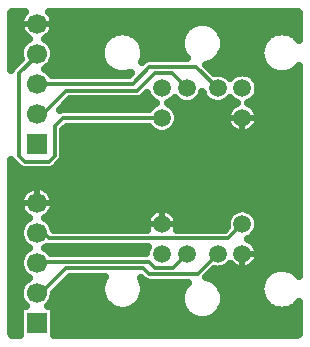
<source format=gbr>
G04 DipTrace 3.3.1.1*
G04 Bottom.gbr*
%MOMM*%
G04 #@! TF.FileFunction,Copper,L2,Bot*
G04 #@! TF.Part,Single*
G04 #@! TA.AperFunction,CopperBalancing*
%ADD13C,0.5*%
G04 #@! TA.AperFunction,Conductor*
%ADD14C,0.3*%
G04 #@! TA.AperFunction,CopperBalancing*
%ADD15C,0.635*%
G04 #@! TA.AperFunction,ComponentPad*
%ADD16R,1.7X1.7*%
%ADD17C,1.7*%
%ADD19C,1.5*%
%FSLAX35Y35*%
G04*
G71*
G90*
G75*
G01*
G04 Bottom*
%LPD*%
X300000Y1956000D2*
D14*
Y1900000D1*
X550000Y2150000D1*
X1150000D1*
X1300000Y2300000D1*
X1440000D1*
X1570000Y2170000D1*
X300000Y2210000D2*
X1110000D1*
X1250000Y2350000D1*
X1650000D1*
X1830000Y2170000D1*
X1360000Y1920000D2*
X520000D1*
X450000Y1850000D1*
Y1600000D1*
X400000Y1550000D1*
X200000D1*
X150000Y1600000D1*
Y2300000D1*
X314000Y2464000D1*
X300000D1*
Y436000D2*
X336000D1*
X550000Y650000D1*
X1200000D1*
X1250000Y600000D1*
X1660000D1*
X1830000Y770000D1*
X300000Y690000D2*
Y650000D1*
X350000Y700000D1*
X1250000D1*
X1300000Y650000D1*
X1450000D1*
X1570000Y770000D1*
X300000Y944000D2*
X356000D1*
X400000Y900000D1*
X1920000D1*
X2040000Y1020000D1*
X88146Y2755083D2*
D15*
X154287D1*
X445711D2*
X2511865D1*
X88146Y2691917D2*
X151735D1*
X448263D2*
X1579534D1*
X1820463D2*
X2511865D1*
X88146Y2628750D2*
X180354D1*
X419643D2*
X929482D1*
X1120554D2*
X1529495D1*
X1870502D2*
X2279443D1*
X2470515D2*
X2511865D1*
X88146Y2565583D2*
X191201D1*
X408797D2*
X863675D1*
X1186362D2*
X1512268D1*
X1887729D2*
X2213636D1*
X88146Y2502417D2*
X154651D1*
X445346D2*
X839521D1*
X1210515D2*
X1517920D1*
X1882078D2*
X2189482D1*
X88146Y2439250D2*
X151552D1*
X448445D2*
X839156D1*
X1210789D2*
X1549091D1*
X1850906D2*
X2189209D1*
X88146Y2376083D2*
X114691D1*
X420737D2*
X862672D1*
X1760307D2*
X2212633D1*
X407429Y2312917D2*
X926565D1*
X1798406D2*
X2276526D1*
X2473432D2*
X2511865D1*
X2154330Y2249750D2*
X2511865D1*
X2179578Y2186583D2*
X2511865D1*
X2172286Y2123417D2*
X2511865D1*
X571583Y2060250D2*
X1276292D1*
X1443666D2*
X1486292D1*
X1653666D2*
X1746331D1*
X1913705D2*
X1956331D1*
X2123705D2*
X2511865D1*
X508419Y1997083D2*
X1243753D1*
X1476297D2*
X1923701D1*
X2156245D2*
X2511865D1*
X1499903Y1933917D2*
X1900094D1*
X2179851D2*
X2511865D1*
X1491245Y1870750D2*
X1908753D1*
X2171284D2*
X2511865D1*
X530567Y1807583D2*
X1280302D1*
X1439747D2*
X1960250D1*
X2119695D2*
X2511865D1*
X530567Y1744417D2*
X2511865D1*
X530567Y1681250D2*
X2511865D1*
X530567Y1618083D2*
X2511865D1*
X515346Y1554917D2*
X2511865D1*
X88146Y1491750D2*
X147633D1*
X452364D2*
X2511865D1*
X88146Y1428583D2*
X2511865D1*
X88146Y1365417D2*
X2511865D1*
X88146Y1302250D2*
X193935D1*
X406062D2*
X2511865D1*
X88146Y1239083D2*
X155380D1*
X444617D2*
X2511865D1*
X88146Y1175917D2*
X151097D1*
X448901D2*
X2511865D1*
X88146Y1112750D2*
X177255D1*
X422742D2*
X1256604D1*
X1463445D2*
X1936552D1*
X2143393D2*
X2511865D1*
X88146Y1049583D2*
X195393D1*
X404604D2*
X1222698D1*
X1497260D2*
X1902737D1*
X2177299D2*
X2511865D1*
X88146Y986417D2*
X155745D1*
X444252D2*
X1223701D1*
X1496349D2*
X1895081D1*
X2176297D2*
X2511865D1*
X88146Y923250D2*
X150914D1*
X2139383D2*
X2511865D1*
X88146Y860083D2*
X176344D1*
X2145854D2*
X2511865D1*
X88146Y796917D2*
X196852D1*
X403146D2*
X1222151D1*
X2177846D2*
X2511865D1*
X88146Y733750D2*
X156201D1*
X2175659D2*
X2511865D1*
X88146Y670583D2*
X150732D1*
X2136557D2*
X2511865D1*
X88146Y607417D2*
X175341D1*
X1778810D2*
X2249183D1*
X88146Y544250D2*
X198310D1*
X555633D2*
X852373D1*
X1803146D2*
X2202425D1*
X88146Y481083D2*
X156656D1*
X492468D2*
X836878D1*
X1213067D2*
X1535966D1*
X1864031D2*
X2186930D1*
X88146Y417917D2*
X150550D1*
X449448D2*
X844170D1*
X1205867D2*
X1513727D1*
X1886271D2*
X2194130D1*
X88146Y354750D2*
X174430D1*
X425567D2*
X877711D1*
X1172325D2*
X1515003D1*
X1884995D2*
X2227672D1*
X88146Y291583D2*
X149365D1*
X450633D2*
X982255D1*
X1067690D2*
X1540433D1*
X1859565D2*
X2332308D1*
X2417742D2*
X2511865D1*
X88146Y228417D2*
X149365D1*
X450633D2*
X1609703D1*
X1790294D2*
X2511865D1*
X88146Y165250D2*
X149365D1*
X450633D2*
X2511865D1*
X88510Y102083D2*
X149365D1*
X450633D2*
X2511500D1*
X368306Y2336950D2*
X384788Y2326701D1*
X402000Y2312000D1*
X416701Y2294788D1*
X423620Y2284251D1*
X1079206Y2284250D1*
X1098294Y2303300D1*
X1081267Y2296828D1*
X1053484Y2290158D1*
X1025000Y2287917D1*
X996516Y2290158D1*
X968733Y2296828D1*
X942336Y2307763D1*
X917974Y2322691D1*
X896248Y2341248D1*
X877691Y2362974D1*
X862763Y2387336D1*
X851828Y2413733D1*
X845158Y2441516D1*
X842917Y2470000D1*
X845158Y2498484D1*
X851828Y2526267D1*
X862763Y2552664D1*
X877691Y2577026D1*
X896248Y2598752D1*
X917974Y2617309D1*
X942336Y2632237D1*
X968733Y2643172D1*
X996516Y2649842D1*
X1025000Y2652083D1*
X1053484Y2649842D1*
X1081267Y2643172D1*
X1107664Y2632237D1*
X1132026Y2617309D1*
X1153752Y2598752D1*
X1172309Y2577026D1*
X1187237Y2552664D1*
X1198172Y2526267D1*
X1204842Y2498484D1*
X1207083Y2470000D1*
X1204842Y2441516D1*
X1198172Y2413733D1*
X1191423Y2396414D1*
X1206357Y2410070D1*
X1216291Y2416157D1*
X1227055Y2420616D1*
X1238385Y2423336D1*
X1250000Y2424250D1*
X1568372D1*
X1552691Y2442974D1*
X1537763Y2467336D1*
X1526828Y2493733D1*
X1520158Y2521516D1*
X1517917Y2550000D1*
X1520158Y2578484D1*
X1526828Y2606267D1*
X1537763Y2632664D1*
X1552691Y2657026D1*
X1571248Y2678752D1*
X1592974Y2697309D1*
X1617336Y2712237D1*
X1643733Y2723172D1*
X1671516Y2729842D1*
X1700000Y2732083D1*
X1728484Y2729842D1*
X1756267Y2723172D1*
X1782664Y2712237D1*
X1807026Y2697309D1*
X1828752Y2678752D1*
X1847309Y2657026D1*
X1862237Y2632664D1*
X1873172Y2606267D1*
X1879842Y2578484D1*
X1882083Y2550000D1*
X1879842Y2521516D1*
X1873172Y2493733D1*
X1862237Y2467336D1*
X1847309Y2442974D1*
X1828752Y2421248D1*
X1807026Y2402691D1*
X1782664Y2387763D1*
X1756267Y2376828D1*
X1733797Y2371215D1*
X1803367Y2301639D1*
X1819467Y2303836D1*
X1840533D1*
X1861340Y2300541D1*
X1881375Y2294031D1*
X1900145Y2284467D1*
X1917188Y2272085D1*
X1932085Y2257188D1*
X1934914Y2253599D1*
X1945071Y2264929D1*
X1961090Y2278611D1*
X1979052Y2289618D1*
X1998514Y2297679D1*
X2018999Y2302597D1*
X2040000Y2304250D1*
X2061001Y2302597D1*
X2081486Y2297679D1*
X2100948Y2289618D1*
X2118910Y2278611D1*
X2134929Y2264929D1*
X2148611Y2248910D1*
X2159618Y2230948D1*
X2167679Y2211486D1*
X2172597Y2191001D1*
X2174250Y2170000D1*
X2172597Y2148999D1*
X2167679Y2128514D1*
X2159618Y2109052D1*
X2148611Y2091090D1*
X2134929Y2075071D1*
X2118910Y2061389D1*
X2100948Y2050382D1*
X2088864Y2045043D1*
X2104571Y2037702D1*
X2120260Y2027617D1*
X2134401Y2015454D1*
X2146720Y2001449D1*
X2156978Y1985872D1*
X2164979Y1969024D1*
X2170567Y1951229D1*
X2173635Y1932831D1*
X2174169Y1915334D1*
X2172227Y1896784D1*
X2167734Y1878682D1*
X2160774Y1861377D1*
X2151484Y1845204D1*
X2140041Y1830475D1*
X2126668Y1817473D1*
X2111622Y1806451D1*
X2095193Y1797620D1*
X2077699Y1791152D1*
X2059477Y1787170D1*
X2040879Y1785753D1*
X2022265Y1786927D1*
X2003992Y1790669D1*
X1986415Y1796908D1*
X1969872Y1805522D1*
X1954683Y1816347D1*
X1941140Y1829172D1*
X1929506Y1843750D1*
X1920004Y1859800D1*
X1912819Y1877012D1*
X1908088Y1895054D1*
X1905904Y1913577D1*
X1906308Y1932224D1*
X1909292Y1950636D1*
X1914800Y1968456D1*
X1922724Y1985340D1*
X1932911Y2000964D1*
X1945166Y2015024D1*
X1959252Y2027251D1*
X1974895Y2037407D1*
X1991036Y2044990D1*
X1979052Y2050382D1*
X1961090Y2061389D1*
X1945071Y2075071D1*
X1935086Y2086401D1*
X1924929Y2075071D1*
X1908910Y2061389D1*
X1890948Y2050382D1*
X1871486Y2042321D1*
X1851001Y2037403D1*
X1830000Y2035750D1*
X1808999Y2037403D1*
X1788514Y2042321D1*
X1769052Y2050382D1*
X1751090Y2061389D1*
X1735071Y2075071D1*
X1721389Y2091090D1*
X1710382Y2109052D1*
X1702321Y2128514D1*
X1700029Y2136639D1*
X1694031Y2118625D1*
X1684467Y2099855D1*
X1672085Y2082812D1*
X1657188Y2067915D1*
X1640145Y2055533D1*
X1621375Y2045969D1*
X1601340Y2039459D1*
X1580533Y2036164D1*
X1559467D1*
X1538660Y2039459D1*
X1518625Y2045969D1*
X1499855Y2055533D1*
X1482812Y2067915D1*
X1467915Y2082812D1*
X1465086Y2086401D1*
X1453581Y2073741D1*
X1439336Y2061700D1*
X1423561Y2051750D1*
X1408953Y2045015D1*
X1420948Y2039618D1*
X1438910Y2028611D1*
X1454929Y2014929D1*
X1468611Y1998910D1*
X1479618Y1980948D1*
X1487679Y1961486D1*
X1492597Y1941001D1*
X1494250Y1920000D1*
X1492597Y1898999D1*
X1487679Y1878514D1*
X1479618Y1859052D1*
X1468611Y1841090D1*
X1454929Y1825071D1*
X1438910Y1811389D1*
X1420948Y1800382D1*
X1401486Y1792321D1*
X1381001Y1787403D1*
X1360000Y1785750D1*
X1338999Y1787403D1*
X1318514Y1792321D1*
X1299052Y1800382D1*
X1281090Y1811389D1*
X1265071Y1825071D1*
X1251389Y1841090D1*
X1248255Y1845780D1*
X550716Y1845750D1*
X524230Y1819224D1*
X524021Y1594174D1*
X522199Y1582667D1*
X518598Y1571586D1*
X513309Y1561204D1*
X506460Y1551778D1*
X452503Y1497497D1*
X443643Y1489930D1*
X433709Y1483842D1*
X422945Y1479384D1*
X411615Y1476664D1*
X400000Y1475750D1*
X194174Y1475979D1*
X182667Y1477801D1*
X171586Y1481402D1*
X161204Y1486691D1*
X151778Y1493540D1*
X97497Y1547497D1*
X89930Y1556357D1*
X83833Y1566312D1*
X81752Y1560054D1*
X82327Y100981D1*
X83435Y94540D1*
X86990Y88384D1*
X92151Y84423D1*
X97756Y82750D1*
X105342Y81752D1*
X155684Y81750D1*
X155750Y326250D1*
X206317Y326311D1*
X190311Y342317D1*
X177007Y360630D1*
X166730Y380798D1*
X159736Y402326D1*
X156195Y424682D1*
Y447318D1*
X159736Y469674D1*
X166730Y491202D1*
X177007Y511370D1*
X190311Y529683D1*
X206317Y545689D1*
X224630Y558993D1*
X231694Y562950D1*
X215212Y573299D1*
X198000Y588000D1*
X183299Y605212D1*
X171472Y624512D1*
X162810Y645424D1*
X157526Y667434D1*
X155750Y690000D1*
X157526Y712566D1*
X162810Y734576D1*
X171472Y755488D1*
X183299Y774788D1*
X198000Y792000D1*
X215212Y806701D1*
X231694Y816950D1*
X215212Y827299D1*
X198000Y842000D1*
X183299Y859212D1*
X171472Y878512D1*
X162810Y899424D1*
X157526Y921434D1*
X155750Y944000D1*
X157526Y966566D1*
X162810Y988576D1*
X171472Y1009488D1*
X183299Y1028788D1*
X198000Y1046000D1*
X215212Y1060701D1*
X231694Y1070950D1*
X215122Y1081365D1*
X200781Y1093293D1*
X188098Y1106972D1*
X177287Y1122173D1*
X168528Y1138643D1*
X161968Y1156104D1*
X157716Y1174267D1*
X155843Y1192826D1*
X156381Y1211472D1*
X159320Y1229893D1*
X164612Y1247780D1*
X172168Y1264835D1*
X181861Y1280772D1*
X193530Y1295325D1*
X206980Y1308251D1*
X221984Y1319333D1*
X238294Y1328386D1*
X255636Y1335258D1*
X273719Y1339836D1*
X292242Y1342041D1*
X310894Y1341838D1*
X329365Y1339230D1*
X347344Y1334259D1*
X364531Y1327011D1*
X380640Y1317605D1*
X395400Y1306198D1*
X408565Y1292983D1*
X419914Y1278179D1*
X429258Y1262035D1*
X436441Y1244819D1*
X441342Y1226821D1*
X443879Y1208341D1*
X443948Y1188673D1*
X441541Y1170175D1*
X436767Y1152143D1*
X429706Y1134878D1*
X420476Y1118668D1*
X409231Y1103784D1*
X396160Y1090476D1*
X381481Y1078966D1*
X368387Y1071008D1*
X384788Y1060701D1*
X402000Y1046000D1*
X416701Y1028788D1*
X428528Y1009488D1*
X437190Y988576D1*
X440946Y974246D1*
X1233711Y974250D1*
X1228088Y995054D1*
X1225904Y1013577D1*
X1226308Y1032224D1*
X1229292Y1050636D1*
X1234800Y1068456D1*
X1242724Y1085340D1*
X1252911Y1100964D1*
X1265166Y1115024D1*
X1279252Y1127251D1*
X1294895Y1137407D1*
X1311796Y1145297D1*
X1329627Y1150769D1*
X1348044Y1153717D1*
X1366692Y1154083D1*
X1385211Y1151862D1*
X1403243Y1147095D1*
X1420441Y1139875D1*
X1436472Y1130341D1*
X1451027Y1118677D1*
X1463824Y1105109D1*
X1474618Y1089898D1*
X1483200Y1073338D1*
X1489403Y1055748D1*
X1493109Y1037468D1*
X1494250Y1020000D1*
X1492954Y1001393D1*
X1489092Y983146D1*
X1486214Y974250D1*
X1889232D1*
X1908423Y993429D1*
X1906164Y1009467D1*
Y1030533D1*
X1909459Y1051340D1*
X1915969Y1071375D1*
X1925533Y1090145D1*
X1937915Y1107188D1*
X1952812Y1122085D1*
X1969855Y1134467D1*
X1988625Y1144031D1*
X2008660Y1150541D1*
X2029467Y1153836D1*
X2050533D1*
X2071340Y1150541D1*
X2091375Y1144031D1*
X2110145Y1134467D1*
X2127188Y1122085D1*
X2142085Y1107188D1*
X2154467Y1090145D1*
X2164031Y1071375D1*
X2170541Y1051340D1*
X2173836Y1030533D1*
Y1009467D1*
X2170541Y988660D1*
X2164031Y968625D1*
X2154467Y949855D1*
X2142085Y932812D1*
X2127188Y917915D1*
X2110145Y905533D1*
X2091375Y895969D1*
X2088864Y895043D1*
X2104571Y887702D1*
X2120260Y877617D1*
X2134401Y865454D1*
X2146720Y851449D1*
X2156978Y835872D1*
X2164979Y819024D1*
X2170567Y801229D1*
X2173635Y782831D1*
X2174169Y765334D1*
X2172227Y746784D1*
X2167734Y728682D1*
X2160774Y711377D1*
X2151484Y695204D1*
X2140041Y680475D1*
X2126668Y667473D1*
X2111622Y656451D1*
X2095193Y647620D1*
X2077699Y641152D1*
X2059477Y637170D1*
X2040879Y635753D1*
X2022265Y636927D1*
X2003992Y640669D1*
X1986415Y646908D1*
X1969872Y655522D1*
X1954683Y666347D1*
X1941140Y679172D1*
X1934992Y686360D1*
X1924929Y675071D1*
X1908910Y661389D1*
X1890948Y650382D1*
X1871486Y642321D1*
X1851001Y637403D1*
X1830000Y635750D1*
X1808999Y637403D1*
X1803466Y638503D1*
X1733946Y568940D1*
X1756267Y563172D1*
X1782664Y552237D1*
X1807026Y537309D1*
X1828752Y518752D1*
X1847309Y497026D1*
X1862237Y472664D1*
X1873172Y446267D1*
X1879842Y418484D1*
X1882083Y390000D1*
X1879842Y361516D1*
X1873172Y333733D1*
X1862237Y307336D1*
X1847309Y282974D1*
X1828752Y261248D1*
X1807026Y242691D1*
X1782664Y227763D1*
X1756267Y216828D1*
X1728484Y210158D1*
X1700000Y207917D1*
X1671516Y210158D1*
X1643733Y216828D1*
X1617336Y227763D1*
X1592974Y242691D1*
X1571248Y261248D1*
X1552691Y282974D1*
X1537763Y307336D1*
X1526828Y333733D1*
X1520158Y361516D1*
X1517917Y390000D1*
X1520158Y418484D1*
X1526828Y446267D1*
X1537763Y472664D1*
X1552691Y497026D1*
X1571248Y518752D1*
X1578835Y525766D1*
X1244174Y525979D1*
X1232667Y527801D1*
X1221586Y531402D1*
X1211204Y536691D1*
X1201778Y543540D1*
X1180805Y564190D1*
X1193223Y539680D1*
X1202052Y512507D1*
X1206522Y484286D1*
Y455714D1*
X1202052Y427493D1*
X1193223Y400320D1*
X1180252Y374862D1*
X1163457Y351746D1*
X1143254Y331543D1*
X1120138Y314748D1*
X1094680Y301777D1*
X1067507Y292948D1*
X1039286Y288478D1*
X1010714D1*
X982493Y292948D1*
X955320Y301777D1*
X929862Y314748D1*
X906746Y331543D1*
X886543Y351746D1*
X869748Y374862D1*
X856777Y400320D1*
X847948Y427493D1*
X843478Y455714D1*
Y484286D1*
X847948Y512507D1*
X856777Y539680D1*
X869748Y565138D1*
X876854Y575772D1*
X580846Y575750D1*
X444278Y439273D1*
X443805Y424682D1*
X440264Y402326D1*
X433270Y380798D1*
X422993Y360630D1*
X409689Y342317D1*
X393579Y326229D1*
X444250Y326250D1*
Y81706D1*
X2495798Y81903D1*
X2505459Y83435D1*
X2511616Y86989D1*
X2515577Y92152D1*
X2517252Y97761D1*
X2518252Y105348D1*
X2518253Y357664D1*
X2503752Y341248D1*
X2482026Y322691D1*
X2457664Y307763D1*
X2431267Y296828D1*
X2403484Y290158D1*
X2375000Y287917D1*
X2346516Y290158D1*
X2318733Y296828D1*
X2292336Y307763D1*
X2267974Y322691D1*
X2246248Y341248D1*
X2227691Y362974D1*
X2212763Y387336D1*
X2201828Y413733D1*
X2195158Y441516D1*
X2192917Y470000D1*
X2195158Y498484D1*
X2201828Y526267D1*
X2212763Y552664D1*
X2227691Y577026D1*
X2246248Y598752D1*
X2267974Y617309D1*
X2292336Y632237D1*
X2318733Y643172D1*
X2346516Y649842D1*
X2375000Y652083D1*
X2403484Y649842D1*
X2431267Y643172D1*
X2457664Y632237D1*
X2482026Y617309D1*
X2503752Y598752D1*
X2518263Y582157D1*
X2518251Y2357586D1*
X2503752Y2341248D1*
X2482026Y2322691D1*
X2457664Y2307763D1*
X2431267Y2296828D1*
X2403484Y2290158D1*
X2375000Y2287917D1*
X2346516Y2290158D1*
X2318733Y2296828D1*
X2292336Y2307763D1*
X2267974Y2322691D1*
X2246248Y2341248D1*
X2227691Y2362974D1*
X2212763Y2387336D1*
X2201828Y2413733D1*
X2195158Y2441516D1*
X2192917Y2470000D1*
X2195158Y2498484D1*
X2201828Y2526267D1*
X2212763Y2552664D1*
X2227691Y2577026D1*
X2246248Y2598752D1*
X2267974Y2617309D1*
X2292336Y2632237D1*
X2318733Y2643172D1*
X2346516Y2649842D1*
X2375000Y2652083D1*
X2403484Y2649842D1*
X2431267Y2643172D1*
X2457664Y2632237D1*
X2482026Y2617309D1*
X2503752Y2598752D1*
X2518263Y2582157D1*
X2518098Y2795800D1*
X2516566Y2805460D1*
X2513013Y2811614D1*
X2507854Y2815572D1*
X2502245Y2817246D1*
X2494633Y2818248D1*
X403744Y2818249D1*
X414479Y2805765D1*
X424847Y2790258D1*
X433128Y2773543D1*
X439182Y2755899D1*
X442909Y2737622D1*
X444250Y2718000D1*
X443044Y2699385D1*
X439446Y2681082D1*
X433516Y2663396D1*
X425353Y2646623D1*
X415094Y2631044D1*
X402911Y2616919D1*
X389006Y2604484D1*
X373614Y2593947D1*
X368387Y2591008D1*
X384788Y2580701D1*
X402000Y2566000D1*
X416701Y2548788D1*
X428528Y2529488D1*
X437190Y2508576D1*
X442474Y2486566D1*
X444250Y2464000D1*
X442474Y2441434D1*
X437190Y2419424D1*
X428528Y2398512D1*
X416701Y2379212D1*
X402000Y2362000D1*
X384788Y2347299D1*
X368306Y2337050D1*
X163254Y2418221D2*
X159736Y2430326D1*
X156195Y2452682D1*
Y2475318D1*
X159736Y2497674D1*
X166730Y2519202D1*
X177007Y2539370D1*
X190311Y2557683D1*
X206317Y2573689D1*
X224630Y2586993D1*
X231694Y2590950D1*
X215122Y2601365D1*
X200781Y2613293D1*
X188098Y2626972D1*
X177287Y2642173D1*
X168528Y2658643D1*
X161968Y2676104D1*
X157716Y2694267D1*
X155843Y2712826D1*
X156381Y2731472D1*
X159320Y2749893D1*
X164612Y2767780D1*
X172168Y2784835D1*
X181861Y2800772D1*
X193530Y2815325D1*
X196296Y2818254D1*
X100979Y2817673D1*
X94540Y2816566D1*
X88386Y2813012D1*
X84428Y2807853D1*
X82754Y2802244D1*
X81752Y2794630D1*
X81753Y2329234D1*
X86691Y2338796D1*
X93540Y2348222D1*
X163171Y2418177D1*
X368306Y816950D2*
X384788Y806701D1*
X402000Y792000D1*
X417069Y774236D1*
X1225820Y774250D1*
X1227403Y791001D1*
X1232321Y811486D1*
X1237986Y825750D1*
X394174Y825979D1*
X384788Y827299D1*
X368306Y817050D1*
X1311050Y2044998D2*
X1293893Y2053154D1*
X1278337Y2063444D1*
X1264356Y2075791D1*
X1252222Y2089956D1*
X1242169Y2105666D1*
X1234390Y2122618D1*
X1232625Y2127620D1*
X1198222Y2093540D1*
X1188796Y2086691D1*
X1178414Y2081402D1*
X1167333Y2077801D1*
X1155826Y2075979D1*
X940000Y2075750D1*
X580794D1*
X494936Y1989930D1*
X508385Y1993336D1*
X520023Y1994249D1*
X1248164Y1994250D1*
X1257915Y2007188D1*
X1272812Y2022085D1*
X1289855Y2034467D1*
X1308625Y2044031D1*
X1311136Y2044957D1*
X155841Y2718000D2*
D13*
X444159D1*
X300000Y1342159D2*
Y1198000D1*
X155841D2*
X444159D1*
X2040000Y1920000D2*
Y1785841D1*
X1905841Y1920000D2*
X2174159D1*
X2040000Y770000D2*
Y635841D1*
Y770000D2*
X2174159D1*
X1360000Y1154159D2*
Y1020000D1*
X1225841D2*
X1494159D1*
D16*
X300000Y1702000D3*
D17*
Y1956000D3*
Y2210000D3*
Y2464000D3*
Y2718000D3*
D16*
Y182000D3*
D17*
Y436000D3*
Y690000D3*
Y944000D3*
Y1198000D3*
D19*
X1570000Y2170000D3*
X1830000D3*
X1360000D3*
X2040000D3*
Y1920000D3*
X1360000D3*
X1830000Y770000D3*
X1570000D3*
X2040000D3*
X1360000D3*
Y1020000D3*
X2040000D3*
M02*

</source>
